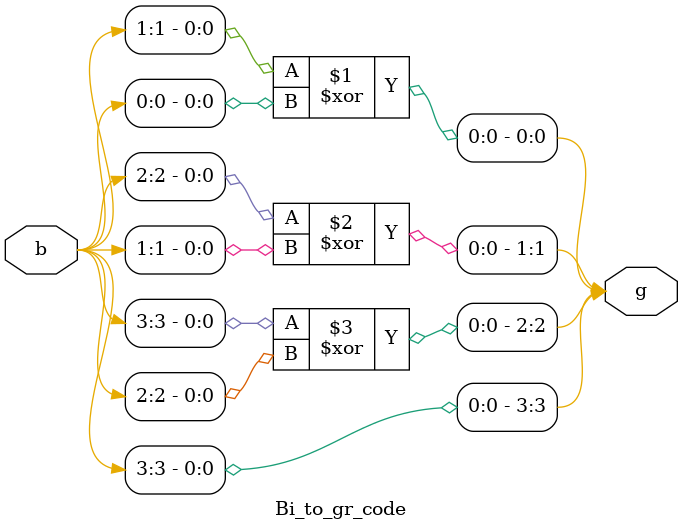
<source format=v>

module Bi_to_gr_code(
    input [3:0] b,     
    output [3:0] g);
 xor A1(g[0],b[1],b[0]); 
 xor A2(g[1],b[2],b[1]); 
 xor A3(g[2],b[3],b[2]);
 buf A4(g[3],b[3]);
endmodule

</source>
